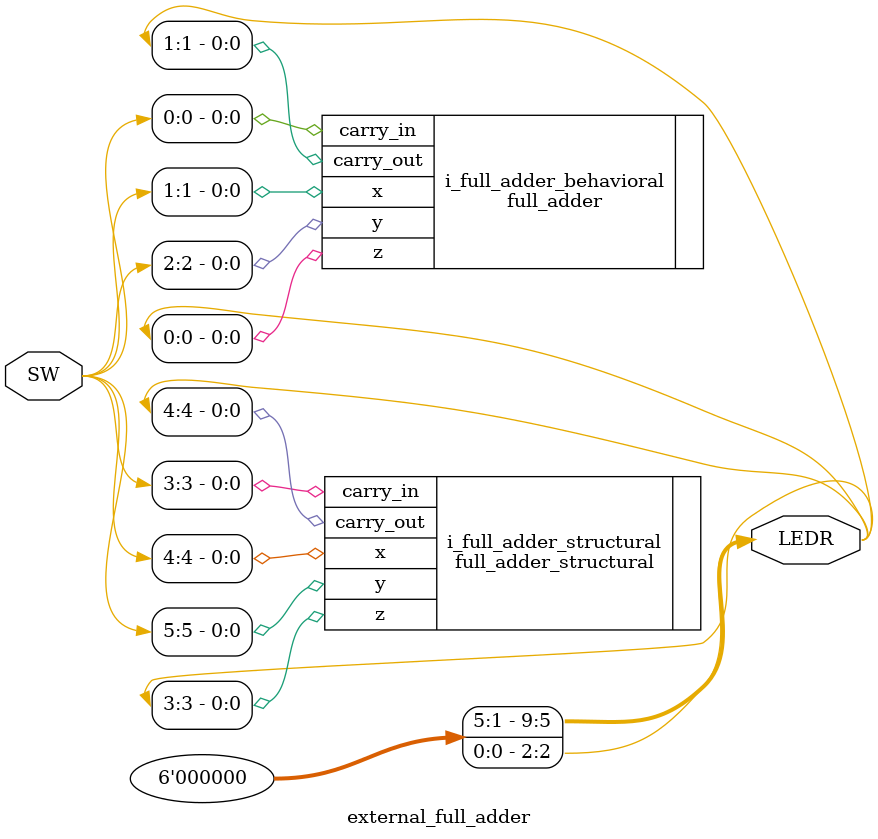
<source format=v>
module external_full_adder
(
    input  [9:0] SW,
    output [9:0] LEDR
);

	full_adder i_full_adder_behavioral
    (
        .carry_in (SW[0]  ),
        .x        (SW[1]  ),
        .y        (SW[2]  ),
        .z        (LEDR[0]),
        .carry_out(LEDR[1])
    );
    
    full_adder_structural i_full_adder_structural
    (
        .carry_in (SW[3] ),
        .x        (SW[4]  ),
        .y        (SW[5]  ),
        .z        (LEDR[3]),
        .carry_out(LEDR[4])
    );
    
    assign LEDR[2]   = 0;
    assign LEDR[9:5] = 0;

endmodule

</source>
